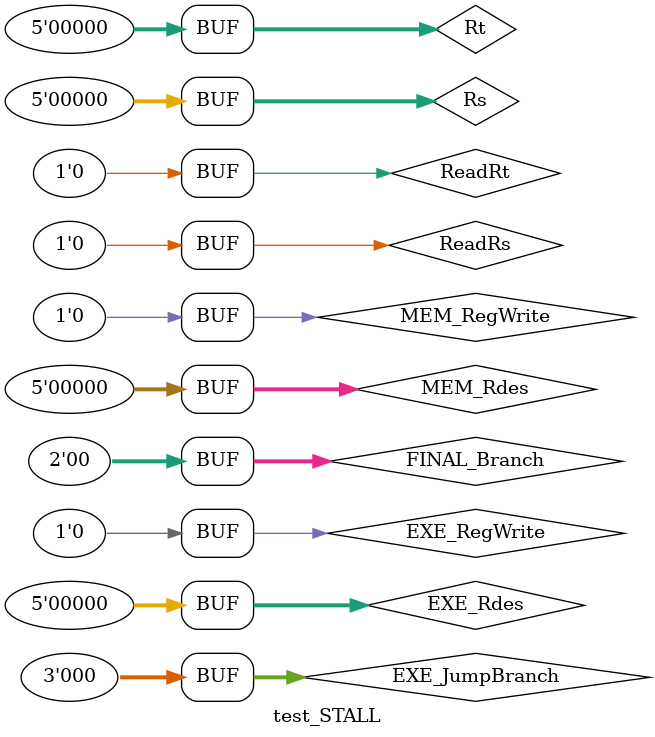
<source format=v>
`timescale 1ns / 1ps


module test_STALL;

	// Inputs
	reg [1:0] FINAL_Branch;
	reg [2:0] EXE_JumpBranch;
	reg ReadRs;
	reg ReadRt;
	reg [4:0] EXE_Rdes;
	reg [4:0] MEM_Rdes;
	reg EXE_RegWrite;
	reg MEM_RegWrite;
	reg [4:0] Rt;
	reg [4:0] Rs;

	// Outputs
	wire PC_shouldstall;
	wire ID_shouldstall;
	wire [1:0] IF_shouldstall;

	// Instantiate the Unit Under Test (UUT)
	STALL uut (
		.FINAL_Branch(FINAL_Branch), 
		.EXE_JumpBranch(EXE_JumpBranch), 
		.ReadRs(ReadRs), 
		.ReadRt(ReadRt), 
		.EXE_Rdes(EXE_Rdes), 
		.MEM_Rdes(MEM_Rdes), 
		.EXE_RegWrite(EXE_RegWrite), 
		.MEM_RegWrite(MEM_RegWrite), 
		.Rt(Rt), 
		.Rs(Rs), 
		.PC_shouldstall(PC_shouldstall), 
		.ID_shouldstall(ID_shouldstall), 
		.IF_shouldstall(IF_shouldstall)
	);

	initial begin
		// Initialize Inputs
		FINAL_Branch = 0;
		EXE_JumpBranch = 0;
		ReadRs = 0;
		ReadRt = 0;
		EXE_Rdes = 0;
		MEM_Rdes = 0;
		EXE_RegWrite = 0;
		MEM_RegWrite = 0;
		Rt = 0;
		Rs = 0;

		// Wait 100 ns for global reset to finish
		#100;
		// Add stimulus here   
		// Add $s4,$zero,$zero;  MEM
		// Beq $s0,$s1,Init;		 EXE
		// Add $s0,$zero,$zero;  ID
		// Init:Addi $s0,$zero,1;
      FINAL_Branch = 2'b00;//add
		EXE_JumpBranch = 3'b001;//beq
		ReadRs = 1'b1;
		Rs = 5'b00000;//add
		ReadRt = 1'b1;
		Rt = 5'b00000;//add
		EXE_Rdes = 5'b00000;
		EXE_RegWrite = 0;
		MEM_RegWrite = 1;
		MEM_Rdes = 5'b10100;
		// Expectation PC 1 IF 01 ID 1
		#50;
		// NOP						MEM
		// Add $s1,$zero,$zero; EXE
		// Beq $s0,$s1,Init;		ID
		// Add $s0,$zero,$zero;
		// Init:Addi $s0,$zero,1;
      FINAL_Branch = 2'b00;
		MEM_RegWrite = 0;
		MEM_Rdes = 5'b00000;
		EXE_JumpBranch = 3'b000;//add
		EXE_Rdes = 5'b10001;
		EXE_RegWrite = 1;
		ReadRs = 1'b1;
		Rs = 5'b10000;//beq
		ReadRt = 1'b1;
		Rt = 5'b10001;//beq
		// Expectation PC 1 IF 01 ID 1
		#50;
		// Beq $s0,$s1,Init;		MEM
		// Nop						EXE
		// Sub $s1,$s0,$s2;		ID
		// Add $s0,$zero,$zero;
		// Init:Addi $s0,$zero,1;
      FINAL_Branch = 2'b01;
		MEM_RegWrite = 0;
		MEM_Rdes = 5'b00000;
		EXE_JumpBranch = 3'b000;//add
		EXE_Rdes = 5'b00000;
		EXE_RegWrite = 0;
		ReadRs = 1'b1;
		Rs = 5'b10000;//beq
		ReadRt = 1'b1;
		Rt = 5'b10010;//beq
		// Expectation PC 0 IF 10 ID 1
		#50;
		// Add $s0,$s1,$s2;		MEM
		// Beq $s3,$zero,Init;	EXE
		// Sub $s1,$s0,$s2;		ID
		// Init:Addi $s0,$zero,1;
		FINAL_Branch = 2'b00;
		MEM_RegWrite = 1;
		MEM_Rdes = 5'b10000;
		EXE_JumpBranch = 3'b001;//add
		EXE_Rdes = 5'b00000;
		EXE_RegWrite = 0;
		ReadRs = 1'b1;
		Rs = 5'b10000;//beq
		ReadRt = 1'b1;
		Rt = 5'b10010;//beq
		//Expectation PC 1 IF 01 ID 1
		#50;
		FINAL_Branch = 0;
		EXE_JumpBranch = 0;
		ReadRs = 0;
		ReadRt = 0;
		EXE_Rdes = 0;
		MEM_Rdes = 0;
		EXE_RegWrite = 0;
		MEM_RegWrite = 0;
		Rt = 0;
		Rs = 0;
	end
      
endmodule


</source>
